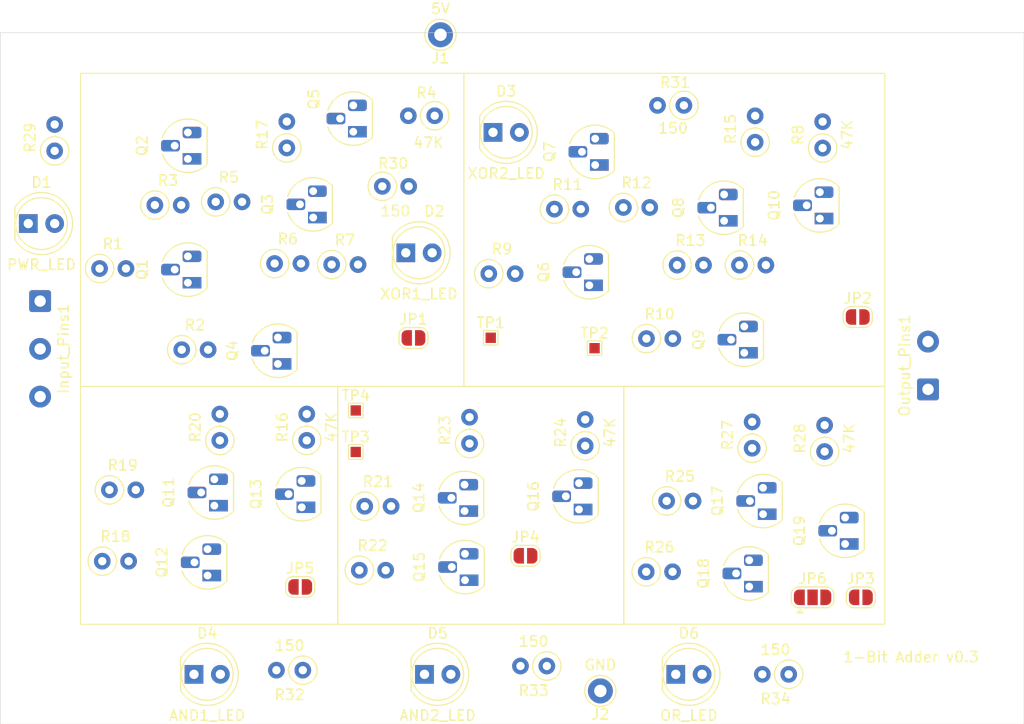
<source format=kicad_pcb>
(kicad_pcb (version 20240108) (generator "pcbnew") (generator_version "8.0")
  (layers (0 "F.Cu" signal) (31 "B.Cu" signal) (34 "B.Paste" user) (35 "F.Paste" user) (36 "B.SilkS" user "B.Silkscreen") (37 "F.SilkS" user "F.Silkscreen") (38 "B.Mask" user) (39 "F.Mask" user) (44 "Edge.Cuts" user))
  (net 0 "")
  (net 1 "Net-(Input_Pins1-Pin_3)")
  (net 2 "Net-(Input_Pins1-Pin_2)")
  (net 3 "Net-(Input_Pins1-Pin_1)")
  (net 4 "Net-(JP1-B)")
  (net 5 "Net-(JP1-A)")
  (net 6 "Net-(J1-Pin_1)")
  (net 7 "Net-(Q1-C)")
  (net 8 "Net-(Q1-B)")
  (net 9 "Net-(Q2-B)")
  (net 10 "Net-(Q2-C)")
  (net 11 "Net-(Q3-E)")
  (net 12 "Net-(Q3-B)")
  (net 13 "Net-(Q4-B)")
  (net 14 "Net-(JP2-B)")
  (net 15 "Net-(Q6-B)")
  (net 16 "Net-(Q6-C)")
  (net 17 "Net-(Q7-B)")
  (net 18 "Net-(Q10-B)")
  (net 19 "Net-(Q8-E)")
  (net 20 "Net-(Q8-B)")
  (net 21 "Net-(Q9-B)")
  (net 22 "Net-(Q11-B)")
  (net 23 "Net-(Q11-C)")
  (net 24 "Net-(Q11-E)")
  (net 25 "Net-(Q12-B)")
  (net 26 "Net-(JP2-A)")
  (net 27 "Net-(Q14-E)")
  (net 28 "Net-(Q14-C)")
  (net 29 "Net-(Q14-B)")
  (net 30 "Net-(Q15-B)")
  (net 31 "Net-(JP3-A)")
  (net 32 "Net-(Q17-C)")
  (net 33 "Net-(JP3-B)")
  (net 34 "Net-(Q17-B)")
  (net 35 "Net-(Q18-B)")
  (net 36 "Net-(D1-K)")
  (net 37 "Net-(JP4-A)")
  (net 38 "Net-(JP4-B)")
  (net 39 "Net-(JP5-B)")
  (net 40 "Net-(JP5-A)")
  (net 41 "Net-(D1-A)")
  (net 42 "Net-(D2-A)")
  (net 43 "Net-(D3-A)")
  (net 44 "Net-(D4-A)")
  (net 45 "Net-(D5-A)")
  (net 46 "Net-(D6-A)")
  (footprint "Jumper:SolderJumper-3_P1.3mm_Open_RoundedPad1.0x1.5mm" (layer "F.Cu") (at 91.44 69.9843)
    (property "Reference" "JP6" (at 0 -1.8 0) (layer "F.SilkS"))
    (property "Value" "~")
    (pad "1" smd custom (at -1.3 0) (size 1 0.5) (layers "F.Cu" "F.Mask") (net 37 "Net-(JP4-A)") (options (clearance outline) (anchor rect)) (primitives (gr_circle (center 0 0.25) (end 0.5 0.25) (width 0) (fill yes)) (gr_circle (center 0 -0.25) (end 0.5 -0.25) (width 0) (fill yes)) (gr_poly (pts (xy 0.55 0.75) (xy 0 0.75) (xy 0 -0.75) (xy 0.55 -0.75)) (width 0) (fill yes))))
    (pad "2" smd rect (at 0 0) (size 1 1.5) (layers "F.Cu" "F.Mask") (net 33 "Net-(JP3-B)"))
    (pad "3" smd custom (at 1.3 0) (size 1 0.5) (layers "F.Cu" "F.Mask") (net 40 "Net-(JP5-A)") (options (clearance outline) (anchor rect)) (primitives (gr_circle (center 0 0.25) (end 0.5 0.25) (width 0) (fill yes)) (gr_circle (center 0 -0.25) (end 0.5 -0.25) (width 0) (fill yes)) (gr_poly (pts (xy 0 0.75) (xy -0.55 0.75) (xy -0.55 -0.75) (xy 0 -0.75)) (width 0) (fill yes))))
  )
  (footprint "Package_TO_SOT_THT:TO-92_HandSolder" (layer "F.Cu") (at 57.96 68.3343 90)
    (property "Reference" "Q15" (at 1.27 -4.4 -90) (layer "F.SilkS"))
    (property "Value" "2N3904")
    (pad "1" thru_hole rect (at 0 0 90) (size 1.1 1.8) (drill 0.75 (offset 0 0.4)) (layers "*.Cu" "*.Mask") (net 36 "Net-(D1-K)"))
    (pad "2" thru_hole roundrect (at 1.27 -1.27 90) (size 1.1 1.8) (drill 0.75 (offset 0 -0.4)) (layers "*.Cu" "*.Mask") (net 30 "Net-(Q15-B)"))
    (pad "3" thru_hole roundrect (at 2.54 0 90) (size 1.1 1.8) (drill 0.75 (offset 0 0.4)) (layers "*.Cu" "*.Mask") (net 27 "Net-(Q14-E)"))
  )
  (footprint "Resistor_THT:R_Axial_DIN0207_L6.3mm_D2.5mm_P2.54mm_Vertical" (layer "F.Cu") (at 28.09 32.2043)
    (property "Reference" "R3" (at 1.27 -2.37 0) (layer "F.SilkS"))
    (property "Value" "220K")
    (pad "1" thru_hole circle (at 0 0) (size 1.6 1.6) (drill 0.8) (layers "*.Cu" "*.Mask") (net 12 "Net-(Q3-B)"))
    (pad "2" thru_hole oval (at 2.54 0) (size 1.6 1.6) (drill 0.8) (layers "*.Cu" "*.Mask") (net 7 "Net-(Q1-C)"))
  )
  (footprint "Jumper:SolderJumper-2_P1.3mm_Open_RoundedPad1.0x1.5mm" (layer "F.Cu") (at 53 45)
    (property "Reference" "JP1" (at 0 -1.8 0) (layer "F.SilkS"))
    (property "Value" "~")
    (pad "1" smd custom (at -0.65 0) (size 1 0.5) (layers "F.Cu" "F.Mask") (net 5 "Net-(JP1-A)") (options (clearance outline) (anchor rect)) (primitives (gr_circle (center 0 0.25) (end 0.5 0.25) (width 0) (fill yes)) (gr_circle (center 0 -0.25) (end 0.5 -0.25) (width 0) (fill yes)) (gr_poly (pts (xy 0.5 0.75) (xy 0 0.75) (xy 0 -0.75) (xy 0.5 -0.75)) (width 0) (fill yes))))
    (pad "2" smd custom (at 0.65 0) (size 1 0.5) (layers "F.Cu" "F.Mask") (net 4 "Net-(JP1-B)") (options (clearance outline) (anchor rect)) (primitives (gr_circle (center 0 0.25) (end 0.5 0.25) (width 0) (fill yes)) (gr_circle (center 0 -0.25) (end 0.5 -0.25) (width 0) (fill yes)) (gr_poly (pts (xy 0 0.75) (xy -0.5 0.75) (xy -0.5 -0.75) (xy 0 -0.75)) (width 0) (fill yes))))
  )
  (footprint "Resistor_THT:R_Axial_DIN0207_L6.3mm_D2.5mm_P2.54mm_Vertical" (layer "F.Cu") (at 33.95 31.8943)
    (property "Reference" "R5" (at 1.27 -2.37 0) (layer "F.SilkS"))
    (property "Value" "220K")
    (pad "1" thru_hole circle (at 0 0) (size 1.6 1.6) (drill 0.8) (layers "*.Cu" "*.Mask") (net 7 "Net-(Q1-C)"))
    (pad "2" thru_hole oval (at 2.54 0) (size 1.6 1.6) (drill 0.8) (layers "*.Cu" "*.Mask") (net 6 "Net-(J1-Pin_1)"))
  )
  (footprint "Package_TO_SOT_THT:TO-92_HandSolder" (layer "F.Cu") (at 43.34 33.4043 90)
    (property "Reference" "Q3" (at 1.27 -4.4 -90) (layer "F.SilkS"))
    (property "Value" "2N3904")
    (pad "1" thru_hole rect (at 0 0 90) (size 1.1 1.8) (drill 0.75 (offset 0 0.4)) (layers "*.Cu" "*.Mask") (net 11 "Net-(Q3-E)"))
    (pad "2" thru_hole roundrect (at 1.27 -1.27 90) (size 1.1 1.8) (drill 0.75 (offset 0 -0.4)) (layers "*.Cu" "*.Mask") (net 12 "Net-(Q3-B)"))
    (pad "3" thru_hole roundrect (at 2.54 0 90) (size 1.1 1.8) (drill 0.75 (offset 0 0.4)) (layers "*.Cu" "*.Mask") (net 10 "Net-(Q2-C)"))
  )
  (footprint "Resistor_THT:R_Axial_DIN0207_L6.3mm_D2.5mm_P2.54mm_Vertical" (layer "F.Cu") (at 45.12 37.9343)
    (property "Reference" "R7" (at 1.27 -2.37 0) (layer "F.SilkS"))
    (property "Value" "220K")
    (pad "1" thru_hole circle (at 0 0) (size 1.6 1.6) (drill 0.8) (layers "*.Cu" "*.Mask") (net 11 "Net-(Q3-E)"))
    (pad "2" thru_hole oval (at 2.54 0) (size 1.6 1.6) (drill 0.8) (layers "*.Cu" "*.Mask") (net 6 "Net-(J1-Pin_1)"))
  )
  (footprint "Jumper:SolderJumper-2_P1.3mm_Open_RoundedPad1.0x1.5mm" (layer "F.Cu") (at 95.79 42.9843)
    (property "Reference" "JP2" (at 0 -1.8 0) (layer "F.SilkS"))
    (property "Value" "~")
    (pad "1" smd custom (at -0.65 0) (size 1 0.5) (layers "F.Cu" "F.Mask") (net 26 "Net-(JP2-A)") (options (clearance outline) (anchor rect)) (primitives (gr_circle (center 0 0.25) (end 0.5 0.25) (width 0) (fill yes)) (gr_circle (center 0 -0.25) (end 0.5 -0.25) (width 0) (fill yes)) (gr_poly (pts (xy 0.5 0.75) (xy 0 0.75) (xy 0 -0.75) (xy 0.5 -0.75)) (width 0) (fill yes))))
    (pad "2" smd custom (at 0.65 0) (size 1 0.5) (layers "F.Cu" "F.Mask") (net 14 "Net-(JP2-B)") (options (clearance outline) (anchor rect)) (primitives (gr_circle (center 0 0.25) (end 0.5 0.25) (width 0) (fill yes)) (gr_circle (center 0 -0.25) (end 0.5 -0.25) (width 0) (fill yes)) (gr_poly (pts (xy 0 0.75) (xy -0.5 0.75) (xy -0.5 -0.75) (xy 0 -0.75)) (width 0) (fill yes))))
  )
  (footprint "Package_TO_SOT_THT:TO-92_HandSolder" (layer "F.Cu") (at 70.5 28.3443 90)
    (property "Reference" "Q7" (at 1.27 -4.4 -90) (layer "F.SilkS"))
    (property "Value" "2N3904")
    (pad "1" thru_hole rect (at 0 0 90) (size 1.1 1.8) (drill 0.75 (offset 0 0.4)) (layers "*.Cu" "*.Mask") (net 16 "Net-(Q6-C)"))
    (pad "2" thru_hole roundrect (at 1.27 -1.27 90) (size 1.1 1.8) (drill 0.75 (offset 0 -0.4)) (layers "*.Cu" "*.Mask") (net 17 "Net-(Q7-B)"))
    (pad "3" thru_hole roundrect (at 2.54 0 90) (size 1.1 1.8) (drill 0.75 (offset 0 0.4)) (layers "*.Cu" "*.Mask") (net 18 "Net-(Q10-B)"))
  )
  (footprint "Jumper:SolderJumper-2_P1.3mm_Open_RoundedPad1.0x1.5mm" (layer "F.Cu") (at 42.09 68.9843)
    (property "Reference" "JP5" (at 0 -1.8 0) (layer "F.SilkS"))
    (property "Value" "~")
    (pad "1" smd custom (at -0.65 0) (size 1 0.5) (layers "F.Cu" "F.Mask") (net 40 "Net-(JP5-A)") (options (clearance outline) (anchor rect)) (primitives (gr_circle (center 0 0.25) (end 0.5 0.25) (width 0) (fill yes)) (gr_circle (center 0 -0.25) (end 0.5 -0.25) (width 0) (fill yes)) (gr_poly (pts (xy 0.5 0.75) (xy 0 0.75) (xy 0 -0.75) (xy 0.5 -0.75)) (width 0) (fill yes))))
    (pad "2" smd custom (at 0.65 0) (size 1 0.5) (layers "F.Cu" "F.Mask") (net 39 "Net-(JP5-B)") (options (clearance outline) (anchor rect)) (primitives (gr_circle (center 0 0.25) (end 0.5 0.25) (width 0) (fill yes)) (gr_circle (center 0 -0.25) (end 0.5 -0.25) (width 0) (fill yes)) (gr_poly (pts (xy 0 0.75) (xy -0.5 0.75) (xy -0.5 -0.75) (xy 0 -0.75)) (width 0) (fill yes))))
  )
  (footprint "LED_THT:LED_D5.0mm" (layer "F.Cu") (at 15.9 33.9843)
    (property "Reference" "D1" (at 1.27 -3.96 0) (layer "F.SilkS"))
    (property "Value" "PWR_LED" (at 1.27 3.96 0) (layer "F.SilkS"))
    (pad "1" thru_hole rect (at 0 0) (size 1.8 1.8) (drill 0.9) (layers "*.Cu" "*.Mask") (net 36 "Net-(D1-K)"))
    (pad "2" thru_hole circle (at 2.54 0) (size 1.8 1.8) (drill 0.9) (layers "*.Cu" "*.Mask") (net 41 "Net-(D1-A)"))
  )
  (footprint "Resistor_THT:R_Axial_DIN0207_L6.3mm_D2.5mm_P2.54mm_Vertical" (layer "F.Cu") (at 69.54 55.3943 90)
    (property "Reference" "R24" (at 1.27 -2.37 -90) (layer "F.SilkS"))
    (property "Value" "47K" (at 1.27 2.37 -90) (layer "F.SilkS"))
    (pad "1" thru_hole circle (at 0 0 90) (size 1.6 1.6) (drill 0.8) (layers "*.Cu" "*.Mask") (net 37 "Net-(JP4-A)"))
    (pad "2" thru_hole oval (at 2.54 0 90) (size 1.6 1.6) (drill 0.8) (layers "*.Cu" "*.Mask") (net 6 "Net-(J1-Pin_1)"))
  )
  (footprint "Resistor_THT:R_Axial_DIN0207_L6.3mm_D2.5mm_P2.54mm_Vertical" (layer "F.Cu") (at 39.625 37.8343)
    (property "Reference" "R6" (at 1.27 -2.37 0) (layer "F.SilkS"))
    (property "Value" "220K")
    (pad "1" thru_hole circle (at 0 0) (size 1.6 1.6) (drill 0.8) (layers "*.Cu" "*.Mask") (net 9 "Net-(Q2-B)"))
    (pad "2" thru_hole oval (at 2.54 0) (size 1.6 1.6) (drill 0.8) (layers "*.Cu" "*.Mask") (net 11 "Net-(Q3-E)"))
  )
  (footprint "Resistor_THT:R_Axial_DIN0207_L6.3mm_D2.5mm_P2.54mm_Vertical" (layer "F.Cu") (at 23.715 59.6343)
    (property "Reference" "R19" (at 1.27 -2.37 0) (layer "F.SilkS"))
    (property "Value" "220K")
    (pad "1" thru_hole circle (at 0 0) (size 1.6 1.6) (drill 0.8) (layers "*.Cu" "*.Mask") (net 2 "Net-(Input_Pins1-Pin_2)"))
    (pad "2" thru_hole oval (at 2.54 0) (size 1.6 1.6) (drill 0.8) (layers "*.Cu" "*.Mask") (net 22 "Net-(Q11-B)"))
  )
  (footprint "Resistor_THT:R_Axial_DIN0207_L6.3mm_D2.5mm_P2.54mm_Vertical" (layer "F.Cu") (at 89.14 77.4 180)
    (property "Reference" "R34" (at 1.27 -2.37 180) (layer "F.SilkS"))
    (property "Value" "150" (at 1.27 2.37 180) (layer "F.SilkS"))
    (pad "1" thru_hole circle (at 0 0 180) (size 1.6 1.6) (drill 0.8) (layers "*.Cu" "*.Mask") (net 31 "Net-(JP3-A)"))
    (pad "2" thru_hole oval (at 2.54 0 180) (size 1.6 1.6) (drill 0.8) (layers "*.Cu" "*.Mask") (net 46 "Net-(D6-A)"))
  )
  (footprint "Resistor_THT:R_Axial_DIN0207_L6.3mm_D2.5mm_P2.54mm_Vertical" (layer "F.Cu") (at 50 30.4)
    (property "Reference" "R30" (at 1.045 -2.2 360) (layer "F.SilkS"))
    (property "Value" "150" (at 1.27 2.37 360) (layer "F.SilkS"))
    (pad "1" thru_hole circle (at 0 0) (size 1.6 1.6) (drill 0.8) (layers "*.Cu" "*.Mask") (net 5 "Net-(JP1-A)"))
    (pad "2" thru_hole oval (at 2.54 0) (size 1.6 1.6) (drill 0.8) (layers "*.Cu" "*.Mask") (net 42 "Net-(D2-A)"))
  )
  (footprint "Package_TO_SOT_THT:TO-92_HandSolder" (layer "F.Cu") (at 69.94 39.9343 90)
    (property "Reference" "Q6" (at 1.27 -4.4 -90) (layer "F.SilkS"))
    (property "Value" "2N3904")
    (pad "1" thru_hole rect (at 0 0 90) (size 1.1 1.8) (drill 0.75 (offset 0 0.4)) (layers "*.Cu" "*.Mask") (net 36 "Net-(D1-K)"))
    (pad "2" thru_hole roundrect (at 1.27 -1.27 90) (size 1.1 1.8) (drill 0.75 (offset 0 -0.4)) (layers "*.Cu" "*.Mask") (net 15 "Net-(Q6-B)"))
    (pad "3" thru_hole roundrect (at 2.54 0 90) (size 1.1 1.8) (drill 0.75 (offset 0 0.4)) (layers "*.Cu" "*.Mask") (net 16 "Net-(Q6-C)"))
  )
  (footprint "Resistor_THT:R_Axial_DIN0207_L6.3mm_D2.5mm_P2.54mm_Vertical" (layer "F.Cu") (at 85.91 26.1493 90)
    (property "Reference" "R15" (at 1.27 -2.37 -90) (layer "F.SilkS"))
    (property "Value" "220K")
    (pad "1" thru_hole circle (at 0 0 90) (size 1.6 1.6) (drill 0.8) (layers "*.Cu" "*.Mask") (net 6 "Net-(J1-Pin_1)"))
    (pad "2" thru_hole oval (at 2.54 0 90) (size 1.6 1.6) (drill 0.8) (layers "*.Cu" "*.Mask") (net 18 "Net-(Q10-B)"))
  )
  (footprint "Connector_Pin:Pin_D1.0mm_L10.0mm_LooseFit" (layer "F.Cu") (at 55.6 15.8)
    (property "Reference" "J1" (at 0 2.25 0) (layer "F.SilkS"))
    (property "Value" "5V" (at 0 -2.5 0) (layer "F.SilkS"))
    (pad "1" thru_hole circle (at 0 0) (size 2.4 2.4) (drill 1.2) (layers "*.Cu" "*.Mask") (net 6 "Net-(J1-Pin_1)"))
  )
  (footprint "Package_TO_SOT_THT:TO-92_HandSolder" (layer "F.Cu") (at 82.92 33.7243 90)
    (property "Reference" "Q8" (at 1.27 -4.4 -90) (layer "F.SilkS"))
    (property "Value" "2N3904")
    (pad "1" thru_hole rect (at 0 0 90) (size 1.1 1.8) (drill 0.75 (offset 0 0.4)) (layers "*.Cu" "*.Mask") (net 19 "Net-(Q8-E)"))
    (pad "2" thru_hole roundrect (at 1.27 -1.27 90) (size 1.1 1.8) (drill 0.75 (offset 0 -0.4)) (layers "*.Cu" "*.Mask") (net 20 "Net-(Q8-B)"))
    (pad "3" thru_hole roundrect (at 2.54 0 90) (size 1.1 1.8) (drill 0.75 (offset 0 0.4)) (layers "*.Cu" "*.Mask") (net 18 "Net-(Q10-B)"))
  )
  (footprint "Resistor_THT:R_Axial_DIN0207_L6.3mm_D2.5mm_P2.54mm_Vertical" (layer "F.Cu") (at 23.025 66.5043)
    (property "Reference" "R18" (at 1.27 -2.37 0) (layer "F.SilkS"))
    (property "Value" "220K")
    (pad "1" thru_hole circle (at 0 0) (size 1.6 1.6) (drill 0.8) (layers "*.Cu" "*.Mask") (net 3 "Net-(Input_Pins1-Pin_1)"))
    (pad "2" thru_hole oval (at 2.54 0) (size 1.6 1.6) (drill 0.8) (layers "*.Cu" "*.Mask") (net 25 "Net-(Q12-B)"))
  )
  (footprint "Resistor_THT:R_Axial_DIN0207_L6.3mm_D2.5mm_P2.54mm_Vertical" (layer "F.Cu") (at 75.415 67.5243)
    (property "Reference" "R26" (at 1.27 -2.37 0) (layer "F.SilkS"))
    (property "Value" "220K")
    (pad "1" thru_hole circle (at 0 0) (size 1.6 1.6) (drill 0.8) (layers "*.Cu" "*.Mask") (net 39 "Net-(JP5-B)"))
    (pad "2" thru_hole oval (at 2.54 0) (size 1.6 1.6) (drill 0.8) (layers "*.Cu" "*.Mask") (net 35 "Net-(Q18-B)"))
  )
  (footprint "Resistor_THT:R_Axial_DIN0207_L6.3mm_D2.5mm_P2.54mm_Vertical" (layer "F.Cu") (at 75.44 45.0643)
    (property "Reference" "R10" (at 1.27 -2.37 0) (layer "F.SilkS"))
    (property "Value" "220K")
    (pad "1" thru_hole circle (at 0 0) (size 1.6 1.6) (drill 0.8) (layers "*.Cu" "*.Mask") (net 1 "Net-(Input_Pins1-Pin_3)"))
    (pad "2" thru_hole oval (at 2.54 0) (size 1.6 1.6) (drill 0.8) (layers "*.Cu" "*.Mask") (net 21 "Net-(Q9-B)"))
  )
  (footprint "Resistor_THT:R_Axial_DIN0207_L6.3mm_D2.5mm_P2.54mm_Vertical" (layer "F.Cu") (at 47.785 67.3743)
    (property "Reference" "R22" (at 1.27 -2.37 0) (layer "F.SilkS"))
    (property "Value" "220K")
    (pad "1" thru_hole circle (at 0 0) (size 1.6 1.6) (drill 0.8) (layers "*.Cu" "*.Mask") (net 4 "Net-(JP1-B)"))
    (pad "2" thru_hole oval (at 2.54 0) (size 1.6 1.6) (drill 0.8) (layers "*.Cu" "*.Mask") (net 30 "Net-(Q15-B)"))
  )
  (footprint "Jumper:SolderJumper-2_P1.3mm_Open_RoundedPad1.0x1.5mm" (layer "F.Cu") (at 63.79 65.9843)
    (property "Reference" "JP4" (at 0 -1.8 0) (layer "F.SilkS"))
    (property "Value" "~")
    (pad "1" smd custom (at -0.65 0) (size 1 0.5) (layers "F.Cu" "F.Mask") (net 37 "Net-(JP4-A)") (options (clearance outline) (anchor rect)) (primitives (gr_circle (center 0 0.25) (end 0.5 0.25) (width 0) (fill yes)) (gr_circle (center 0 -0.25) (end 0.5 -0.25) (width 0) (fill yes)) (gr_poly (pts (xy 0.5 0.75) (xy 0 0.75) (xy 0 -0.75) (xy 0.5 -0.75)) (width 0) (fill yes))))
    (pad "2" smd custom (at 0.65 0) (size 1 0.5) (layers "F.Cu" "F.Mask") (net 38 "Net-(JP4-B)") (options (clearance outline) (anchor rect)) (primitives (gr_circle (center 0 0.25) (end 0.5 0.25) (width 0) (fill yes)) (gr_circle (center 0 -0.25) (end 0.5 -0.25) (width 0) (fill yes)) (gr_poly (pts (xy 0 0.75) (xy -0.5 0.75) (xy -0.5 -0.75) (xy 0 -0.75)) (width 0) (fill yes))))
  )
  (footprint "Package_TO_SOT_THT:TO-92_HandSolder" (layer "F.Cu") (at 33.17 67.8843 90)
    (property "Reference" "Q12" (at 1.27 -4.4 -90) (layer "F.SilkS"))
    (property "Value" "2N3904")
    (pad "1" thru_hole rect (at 0 0 90) (size 1.1 1.8) (drill 0.75 (offset 0 0.4)) (layers "*.Cu" "*.Mask") (net 36 "Net-(D1-K)"))
    (pad "2" thru_hole roundrect (at 1.27 -1.27 90) (size 1.1 1.8) (drill 0.75 (offset 0 -0.4)) (layers "*.Cu" "*.Mask") (net 25 "Net-(Q12-B)"))
    (pad "3" thru_hole roundrect (at 2.54 0 90) (size 1.1 1.8) (drill 0.75 (offset 0 0.4)) (layers "*.Cu" "*.Mask") (net 24 "Net-(Q11-E)"))
  )
  (footprint "Resistor_THT:R_Axial_DIN0207_L6.3mm_D2.5mm_P2.54mm_Vertical" (layer "F.Cu") (at 58.4 55.1743 90)
    (property "Reference" "R23" (at 1.27 -2.37 -90) (layer "F.SilkS"))
    (property "Value" "220K")
    (pad "1" thru_hole circle (at 0 0 90) (size 1.6 1.6) (drill 0.8) (layers "*.Cu" "*.Mask") (net 28 "Net-(Q14-C)"))
    (pad "2" thru_hole oval (at 2.54 0 90) (size 1.6 1.6) (drill 0.8) (layers "*.Cu" "*.Mask") (net 6 "Net-(J1-Pin_1)"))
  )
  (footprint "LED_THT:LED_D5.0mm" (layer "F.Cu") (at 31.86 77.4)
    (property "Reference" "D4" (at 1.27 -3.96 0) (layer "F.SilkS"))
    (property "Value" "AND1_LED" (at 1.27 3.96 0) (layer "F.SilkS"))
    (pad "1" thru_hole rect (at 0 0) (size 1.8 1.8) (drill 0.9) (layers "*.Cu" "*.Mask") (net 36 "Net-(D1-K)"))
    (pad "2" thru_hole circle (at 2.54 0) (size 1.8 1.8) (drill 0.9) (layers "*.Cu" "*.Mask") (net 44 "Net-(D4-A)"))
  )
  (footprint "Resistor_THT:R_Axial_DIN0207_L6.3mm_D2.5mm_P2.54mm_Vertical" (layer "F.Cu") (at 18.44 26.9843 90)
    (property "Reference" "R29" (at 1.27 -2.37 270) (layer "F.SilkS"))
    (property "Value" "150")
    (pad "1" thru_hole circle (at 0 0 90) (size 1.6 1.6) (drill 0.8) (layers "*.Cu" "*.Mask") (net 41 "Net-(D1-A)"))
    (pad "2" thru_hole oval (at 2.54 0 90) (size 1.6 1.6) (drill 0.8) (layers "*.Cu" "*.Mask") (net 6 "Net-(J1-Pin_1)"))
  )
  (footprint "Connector_Wire:SolderWire-0.5sqmm_1x03_P4.6mm_D0.9mm_OD2.1mm" (layer "F.Cu") (at 17.04 41.4543 -90)
    (property "Reference" "Input_Pins1" (at 4.6 -2.25 90) (layer "F.SilkS"))
    (property "Value" "~")
    (pad "1" thru_hole roundrect (at 0 0 270) (size 2.1 2.1) (drill 1.1) (layers "*.Cu" "*.Mask") (roundrect_rratio 0.119048) (net 3 "Net-(Input_Pins1-Pin_1)"))
    (pad "2" thru_hole circle (at 4.6 0 270) (size 2.1 2.1) (drill 1.1) (layers "*.Cu" "*.Mask") (net 2 "Net-(Input_Pins1-Pin_2)"))
    (pad "3" thru_hole circle (at 9.2 0 270) (size 2.1 2.1) (drill 1.1) (layers "*.Cu" "*.Mask") (net 1 "Net-(Input_Pins1-Pin_3)"))
  )
  (footprint "Resistor_THT:R_Axial_DIN0207_L6.3mm_D2.5mm_P2.54mm_Vertical" (layer "F.Cu") (at 78.395 37.9843)
    (property "Reference" "R13" (at 1.27 -2.37 0) (layer "F.SilkS"))
    (property "Value" "220K")
    (pad "1" thru_hole circle (at 0 0) (size 1.6 1.6) (drill 0.8) (layers "*.Cu" "*.Mask") (net 17 "Net-(Q7-B)"))
    (pad "2" thru_hole oval (at 2.54 0) (size 1.6 1.6) (drill 0.8) (layers "*.Cu" "*.Mask") (net 19 "Net-(Q8-E)"))
  )
  (footprint "Connector_Pin:Pin_D1.0mm_L10.0mm_LooseFit" (layer "F.Cu") (at 71 79)
    (property "Reference" "J2" (at 0 2.25 0) (layer "F.SilkS"))
    (property "Value" "GND" (at 0 -2.5 0) (layer "F.SilkS"))
    (pad "1" thru_hole circle (at 0 0) (size 2.4 2.4) (drill 1.2) (layers "*.Cu" "*.Mask") (net 36 "Net-(D1-K)"))
  )
  (footprint "Package_TO_SOT_THT:TO-92_HandSolder" (layer "F.Cu") (at 68.94 61.5243 90)
    (property "Reference" "Q16" (at 1.27 -4.4 -90) (layer "F.SilkS"))
    (property "Value" "2N3904")
    (pad "1" thru_hole rect (at 0 0 90) (size 1.1 1.8) (drill 0.75 (offset 0 0.4)) (layers "*.Cu" "*.Mask") (net 36 "Net-(D1-K)"))
    (pad "2" thru_hole roundrect (at 1.27 -1.27 90) (size 1.1 1.8) (drill 0.75 (offset 0 -0.4)) (layers "*.Cu" "*.Mask") (net 28 "Net-(Q14-C)"))
    (pad "3" thru_hole roundrect (at 2.54 0 90) (size 1.1 1.8) (drill 0.75 (offset 0 0.4)) (layers "*.Cu" "*.Mask") (net 37 "Net-(JP4-A)"))
  )
  (footprint "Package_TO_SOT_THT:TO-92_HandSolder" (layer "F.Cu") (at 84.86 46.4343 90)
    (property "Reference" "Q9" (at 1.27 -4.4 -90) (layer "F.SilkS"))
    (property "Value" "2N3904")
    (pad "1" thru_hole rect (at 0 0 90) (size 1.1 1.8) (drill 0.75 (offset 0 0.4)) (layers "*.Cu" "*.Mask") (net 36 "Net-(D1-K)"))
    (pad "2" thru_hole roundrect (at 1.27 -1.27 90) (size 1.1 1.8) (drill 0.75 (offset 0 -0.4)) (layers "*.Cu" "*.Mask") (net 21 "Net-(Q9-B)"))
    (pad "3" thru_hole roundrect (at 2.54 0 90) (size 1.1 1.8) (drill 0.75 (offset 0 0.4)) (layers "*.Cu" "*.Mask") (net 19 "Net-(Q8-E)"))
  )
  (footprint "Connector_Wire:SolderWire-0.5sqmm_1x02_P4.6mm_D0.9mm_OD2.1mm" (layer "F.Cu") (at 102.56 49.9543 90)
    (property "Reference" "Output_Pins1" (at 2.3 -2.25 -90) (layer "F.SilkS"))
    (property "Value" "~")
    (pad "1" thru_hole roundrect (at 0 0 90) (size 2.1 2.1) (drill 1.1) (layers "*.Cu" "*.Mask") (roundrect_rratio 0.119048) (net 33 "Net-(JP3-B)"))
    (pad "2" thru_hole circle (at 4.6 0 90) (size 2.1 2.1) (drill 1.1) (layers "*.Cu" "*.Mask") (net 14 "Net-(JP2-B)"))
  )
  (footprint "Resistor_THT:R_Axial_DIN0207_L6.3mm_D2.5mm_P2.54mm_Vertical" (layer "F.Cu") (at 55.045 23.6 180)
    (property "Reference" "R4" (at 0.8 2.2 180) (layer "F.SilkS"))
    (property "Value" "47K" (at 0.6 -2.6 180) (layer "F.SilkS"))
    (pad "1" thru_hole circle (at 0 0 180) (size 1.6 1.6) (drill 0.8) (layers "*.Cu" "*.Mask") (net 5 "Net-(JP1-A)"))
    (pad "2" thru_hole oval (at 2.54 0 180) (size 1.6 1.6) (drill 0.8) (layers "*.Cu" "*.Mask") (net 6 "Net-(J1-Pin_1)"))
  )
  (footprint "Resistor_THT:R_Axial_DIN0207_L6.3mm_D2.5mm_P2.54mm_Vertical" (layer "F.Cu") (at 73.215 32.4343)
    (property "Reference" "R12" (at 1.27 -2.37 0) (layer "F.SilkS"))
    (property "Value" "220K")
    (pad "1" thru_hole circle (at 0 0) (size 1.6 1.6) (drill 0.8) (layers "*.Cu" "*.Mask") (net 16 "Net-(Q6-C)"))
    (pad "2" thru_hole oval (at 2.54 0) (size 1.6 1.6) (drill 0.8) (layers "*.Cu" "*.Mask") (net 6 "Net-(J1-Pin_1)"))
  )
  (footprint "LED_THT:LED_D5.0mm" (layer "F.Cu") (at 78.26 77.4)
    (property "Reference" "D6" (at 1.27 -3.96 0) (layer "F.SilkS"))
    (property "Value" "OR_LED" (at 1.27 3.96 0) (layer "F.SilkS"))
    (pad "1" thru_hole rect (at 0 0) (size 1.8 1.8) (drill 0.9) (layers "*.Cu" "*.Mask") (net 36 "Net-(D1-K)"))
    (pad "2" thru_hole circle (at 2.54 0) (size 1.8 1.8) (drill 0.9) (layers "*.Cu" "*.Mask") (net 46 "Net-(D6-A)"))
  )
  (footprint "Resistor_THT:R_Axial_DIN0207_L6.3mm_D2.5mm_P2.54mm_Vertical" (layer "F.Cu") (at 92.41 26.7093 90)
    (property "Reference" "R8" (at 1.27 -2.37 -90) (layer "F.SilkS"))
    (property "Value" "47K" (at 1.27 2.37 -90) (layer "F.SilkS"))
    (pad "1" thru_hole circle (at 0 0 90) (size 1.6 1.6) (drill 0.8) (layers "*.Cu" "*.Mask") (net 26 "Net-(JP2-A)"))
    (pad "2" thru_hole oval (at 2.54 0 90) (size 1.6 1.6) (drill 0.8) (layers "*.Cu" "*.Mask") (net 6 "Net-(J1-Pin_1)"))
  )
  (footprint "Resistor_THT:R_Axial_DIN0207_L6.3mm_D2.5mm_P2.54mm_Vertical" (layer "F.Cu") (at 22.765 38.3143)
    (property "Reference" "R1" (at 1.27 -2.37 0) (layer "F.SilkS"))
    (property "Value" "220K")
    (pad "1" thru_hole circle (at 0 0) (size 1.6 1.6) (drill 0.8) (layers "*.Cu" "*.Mask") (net 3 "Net-(Input_Pins1-Pin_1)"))
    (pad "2" thru_hole oval (at 2.54 0) (size 1.6 1.6) (drill 0.8) (layers "*.Cu" "*.Mask") (net 8 "Net-(Q1-B)"))
  )
  (footprint "Resistor_THT:R_Axial_DIN0207_L6.3mm_D2.5mm_P2.54mm_Vertical" (layer "F.Cu") (at 30.68 46.1343)
    (property "Reference" "R2" (at 1.27 -2.37 0) (layer "F.SilkS"))
    (property "Value" "220K")
    (pad "1" thru_hole circle (at 0 0) (size 1.6 1.6) (drill 0.8) (layers "*.Cu" "*.Mask") (net 2 "Net-(Input_Pins1-Pin_2)"))
    (pad "2" thru_hole oval (at 2.54 0) (size 1.6 1.6) (drill 0.8) (layers "*.Cu" "*.Mask") (net 13 "Net-(Q4-B)"))
  )
  (footprint "Package_TO_SOT_THT:TO-92_HandSolder" (layer "F.Cu") (at 85.34 68.9543 90)
    (property "Reference" "Q18" (at 1.27 -4.4 -90) (layer "F.SilkS"))
    (property "Value" "2N3904")
    (pad "1" thru_hole rect (at 0 0 90) (size 1.1 1.8) (drill 0.75 (offset 0 0.4)) (layers "*.Cu" "*.Mask") (net 36 "Net-(D1-K)"))
    (pad "2" thru_hole roundrect (at 1.27 -1.27 90) (size 1.1 1.8) (drill 0.75 (offset 0 -0.4)) (layers "*.Cu" "*.Mask") (net 35 "Net-(Q18-B)"))
    (pad "3" thru_hole roundrect (at 2.54 0 90) (size 1.1 1.8) (drill 0.75 (offset 0 0.4)) (layers "*.Cu" "*.Mask") (net 32 "Net-(Q17-C)"))
  )
  (footprint "Package_TO_SOT_THT:TO-92_HandSolder" (layer "F.Cu") (at 31.27 27.7543 90)
    (property "Reference" "Q2" (at 1.27 -4.4 -90) (layer "F.SilkS"))
    (property "Value" "2N3904")
    (pad "1" thru_hole rect (at 0 0 90) (size 1.1 1.8) (drill 0.75 (offset 0 0.4)) (layers "*.Cu" "*.Mask") (net 7 "Net-(Q1-C)"))
    (pad "2" thru_hole roundrect (at 1.27 -1.27 90) (size 1.1 1.8) (drill 0.75 (offset 0 -0.4)) (layers "*.Cu" "*.Mask") (net 9 "Net-(Q2-B)"))
    (pad "3" thru_hole roundrect (at 2.54 0 90) (size 1.1 1.8) (drill 0.75 (offset 0 0.4)) (layers "*.Cu" "*.Mask") (net 10 "Net-(Q2-C)"))
  )
  (footprint "Resistor_THT:R_Axial_DIN0207_L6.3mm_D2.5mm_P2.54mm_Vertical" (layer "F.Cu") (at 34.35 54.8743 90)
    (property "Reference" "R20" (at 1.27 -2.37 -90) (layer "F.SilkS"))
    (property "Value" "220K")
    (pad "1" thru_hole circle (at 0 0 90) (size 1.6 1.6) (drill 0.8) (layers "*.Cu" "*.Mask") (net 23 "Net-(Q11-C)"))
    (pad "2" thru_hole oval (at 2.54 0 90) (size 1.6 1.6) (drill 0.8) (layers "*.Cu" "*.Mask") (net 6 "Net-(J1-Pin_1)"))
  )
  (footprint "LED_THT:LED_D5.0mm" (layer "F.Cu") (at 60.66 25.2)
    (property "Reference" "D3" (at 1.27 -3.96 0) (layer "F.SilkS"))
    (property "Value" "XOR2_LED" (at 1.27 3.96 0) (layer "F.SilkS"))
    (pad "1" thru_hole rect (at 0 0) (size 1.8 1.8) (drill 0.9) (layers "*.Cu" "*.Mask") (net 36 "Net-(D1-K)"))
    (pad "2" thru_hole circle (at 2.54 0) (size 1.8 1.8) (drill 0.9) (layers "*.Cu" "*.Mask") (net 43 "Net-(D3-A)"))
  )
  (footprint "Package_TO_SOT_THT:TO-92_HandSolder" (layer "F.Cu") (at 31.27 39.6843 90)
    (property "Reference" "Q1" (at 1.27 -4.4 -90) (layer "F.SilkS"))
    (property "Value" "2N3904")
    (pad "1" thru_hole rect (at 0 0 90) (size 1.1 1.8) (drill 0.75 (offset 0 0.4)) (layers "*.Cu" "*.Mask") (net 36 "Net-(D1-K)"))
    (pad "2" thru_hole roundrect (at 1.27 -1.27 90) (size 1.1 1.8) (drill 0.75 (offset 0 -0.4)) (layers "*.Cu" "*.Mask") (net 8 "Net-(Q1-B)"))
    (pad "3" thru_hole roundrect (at 2.54 0 90) (size 1.1 1.8) (drill 0.75 (offset 0 0.4)) (layers "*.Cu" "*.Mask") (net 7 "Net-(Q1-C)"))
  )
  (footprint "Jumper:SolderJumper-2_P1.3mm_Open_RoundedPad1.0x1.5mm" (layer "F.Cu") (at 96.09 69.9843)
    (property "Reference" "JP3" (at 0 -1.8 0) (layer "F.SilkS"))
    (property "Value" "~")
    (pad "1" smd custom (at -0.65 0) (size 1 0.5) (layers "F.Cu" "F.Mask") (net 31 "Net-(JP3-A)") (options (clearance outline) (anchor rect)) (primitives (gr_circle (center 0 0.25) (end 0.5 0.25) (width 0) (fill yes)) (gr_circle (center 0 -0.25) (end 0.5 -0.25) (width 0) (fill yes)) (gr_poly (pts (xy 0.5 0.75) (xy 0 0.75) (xy 0 -0.75) (xy 0.5 -0.75)) (width 0) (fill yes))))
    (pad "2" smd custom (at 0.65 0) (size 1 0.5) (layers "F.Cu" "F.Mask") (net 33 "Net-(JP3-B)") (options (clearance outline) (anchor rect)) (primitives (gr_circle (center 0 0.25) (end 0.5 0.25) (width 0) (fill yes)) (gr_circle (center 0 -0.25) (end 0.5 -0.25) (width 0) (fill yes)) (gr_poly (pts (xy 0 0.75) (xy -0.5 0.75) (xy -0.5 -0.75) (xy 0 -0.75)) (width 0) (fill yes))))
  )
  (footprint "Resistor_THT:R_Axial_DIN0207_L6.3mm_D2.5mm_P2.54mm_Vertical" (layer "F.Cu") (at 60.255 38.8143)
    (property "Reference" "R9" (at 1.27 -2.37 0) (layer "F.SilkS"))
    (property "Value" "220K")
    (pad "1" thru_hole circle (at 0 0) (size 1.6 1.6) (drill 0.8) (layers "*.Cu" "*.Mask") (net 4 "Net-(JP1-B)"))
    (pad "2" thru_hole oval (at 2.54 0) (size 1.6 1.6) (drill 0.8) (layers "*.Cu" "*.Mask") (net 15 "Net-(Q6-B)"))
  )
  (footprint "Resistor_THT:R_Axial_DIN0207_L6.3mm_D2.5mm_P2.54mm_Vertical" (layer "F.Cu") (at 77.385 60.7043)
    (property "Reference" "R25" (at 1.27 -2.37 0) (layer "F.SilkS"))
    (property "Value" "220K")
    (pad "1" thru_hole circle (at 0 0) (size 1.6 1.6) (drill 0.8) (layers "*.Cu" "*.Mask") (net 38 "Net-(JP4-B)"))
    (pad "2" thru_hole oval (at 2.54 0) (size 1.6 1.6) (drill 0.8) (layers "*.Cu" "*.Mask") (net 34 "Net-(Q17-B)"))
  )
  (footprint "Resistor_THT:R_Axial_DIN0207_L6.3mm_D2.5mm_P2.54mm_Vertical" (layer "F.Cu") (at 65.845 76.6 180)
    (property "Reference" "R33" (at 1.27 -2.37 180) (layer "F.SilkS"))
    (property "Value" "150" (at 1.27 2.37 180) (layer "F.SilkS"))
    (pad "1" thru_hole circle (at 0 0 180) (size 1.6 1.6) (drill 0.8) (layers "*.Cu" "*.Mask") (net 37 "Net-(JP4-A)"))
    (pad "2" thru_hole oval (at 2.54 0 180) (size 1.6 1.6) (drill 0.8) (layers "*.Cu" "*.Mask") (net 45 "Net-(D5-A)"))
  )
  (footprint "TestPoint:TestPoint_Pad_1.0x1.0mm" (layer "F.Cu") (at 70.44 45.9843)
    (property "Reference" "TP2" (at 0 -1.448 0) (layer "F.SilkS"))
    (property "Value" "~")
    (pad "1" smd rect (at 0 0) (size 1 1) (layers "F.Cu" "F.Mask") (net 1 "Net-(Input_Pins1-Pin_3)"))
  )
  (footprint "Package_TO_SOT_THT:TO-92_HandSolder" (layer "F.Cu") (at 94.57 64.8443 90)
    (property "Reference" "Q19" (at 1.27 -4.4 -90) (layer "F.SilkS"))
    (property "Value" "2N3904")
    (pad "1" thru_hole rect (at 0 0 90) (size 1.1 1.8) (drill 0.75 (offset 0 0.4)) (layers "*.Cu" "*.Mask") (net 36 "Net-(D1-K)"))
    (pad "2" thru_hole roundrect (at 1.27 -1.27 90) (size 1.1 1.8) (drill 0.75 (offset 0 -0.4)) (layers "*.Cu" "*.Mask") (net 32 "Net-(Q17-C)"))
    (pad "3" thru_hole roundrect (at 2.54 0 90) (size 1.1 1.8) (drill 0.75 (offset 0 0.4)) (layers "*.Cu" "*.Mask") (net 31 "Net-(JP3-A)"))
  )
  (footprint "Package_TO_SOT_THT:TO-92_HandSolder" (layer "F.Cu") (at 39.94 47.5043 90)
    (property "Reference" "Q4" (at 1.27 -4.4 -90) (layer "F.SilkS"))
    (property "Value" "2N3904")
    (pad "1" thru_hole rect (at 0 0 90) (size 1.1 1.8) (drill 0.75 (offset 0 0.4)) (layers "*.Cu" "*.Mask") (net 36 "Net-(D1-K)"))
    (pad "2" thru_hole roundrect (at 1.27 -1.27 90) (size 1.1 1.8) (drill 0.75 (offset 0 -0.4)) (layers "*.Cu" "*.Mask") (net 13 "Net-(Q4-B)"))
    (pad "3" thru_hole roundrect (at 2.54 0 90) (size 1.1 1.8) (drill 0.75 (offset 0 0.4)) (layers "*.Cu" "*.Mask") (net 11 "Net-(Q3-E)"))
  )
  (footprint "Resistor_THT:R_Axial_DIN0207_L6.3mm_D2.5mm_P2.54mm_Vertical" (layer "F.Cu") (at 79.045 22.6 180)
    (property "Reference" "R31" (at 0.845 2.2 180) (layer "F.SilkS"))
    (property "Value" "150" (at 1.045 -2.2 180) (layer "F.SilkS"))
    (pad "1" thru_hole circle (at 0 0 180) (size 1.6 1.6) (drill 0.8) (layers "*.Cu" "*.Mask") (net 26 "Net-(JP2-A)"))
    (pad "2" thru_hole oval (at 2.54 0 180) (size 1.6 1.6) (drill 0.8) (layers "*.Cu" "*.Mask") (net 43 "Net-(D3-A)"))
  )
  (footprint "Resistor_THT:R_Axial_DIN0207_L6.3mm_D2.5mm_P2.54mm_Vertical" (layer "F.Cu") (at 85.62 55.6243 90)
    (property "Reference" "R27" (at 1.27 -2.37 -90) (layer "F.SilkS"))
    (property "Value" "220K")
    (pad "1" thru_hole circle (at 0 0 90) (size 1.6 1.6) (drill 0.8) (layers "*.Cu" "*.Mask") (net 32 "Net-(Q17-C)"))
    (pad "2" thru_hole oval (at 2.54 0 90) (size 1.6 1.6) (drill 0.8) (layers "*.Cu" "*.Mask") (net 6 "Net-(J1-Pin_1)"))
  )
  (footprint "Package_TO_SOT_THT:TO-92_HandSolder" (layer "F.Cu") (at 42.24 61.3143 90)
    (property "Reference" "Q13" (at 1.27 -4.4 -90) (layer "F.SilkS"))
    (property "Value" "2N3904")
    (pad "1" thru_hole rect (at 0 0 90) (size 1.1 1.8) (drill 0.75 (offset 0 0.4)) (layers "*.Cu" "*.Mask") (net 36 "Net-(D1-K)"))
    (pad "2" thru_hole roundrect (at 1.27 -1.27 90) (size 1.1 1.8) (drill 0.75 (offset 0 -0.4)) (layers "*.Cu" "*.Mask") (net 23 "Net-(Q11-C)"))
    (pad "3" thru_hole roundrect (at 2.54 0 90) (size 1.1 1.8) (drill 0.75 (offset 0 0.4)) (layers "*.Cu" "*.Mask") (net 40 "Net-(JP5-A)"))
  )
  (footprint "Package_TO_SOT_THT:TO-92_HandSolder" (layer "F.Cu") (at 47.2 25.14 90)
    (property "Reference" "Q5" (at 3.14 -3.8 -90) (layer "F.SilkS"))
    (property "Value" "2N3904")
    (pad "1" thru_hole rect (at 0 0 90) (size 1.1 1.8) (drill 0.75 (offset 0 0.4)) (layers "*.Cu" "*.Mask") (net 36 "Net-(D1-K)"))
    (pad "2" thru_hole roundrect (at 1.27 -1.27 90) (size 1.1 1.8) (drill 0.75 (offset 0 -0.4)) (layers "*.Cu" "*.Mask") (net 10 "Net-(Q2-C)"))
    (pad "3" thru_hole roundrect (at 2.54 0 90) (size 1.1 1.8) (drill 0.75 (offset 0 0.4)) (layers "*.Cu" "*.Mask") (net 5 "Net-(JP1-A)"))
  )
  (footprint "Resistor_THT:R_Axial_DIN0207_L6.3mm_D2.5mm_P2.54mm_Vertical" (layer "F.Cu") (at 42.34 77 180)
    (property "Reference" "R32" (at 1.27 -2.37 180) (layer "F.SilkS"))
    (property "Value" "150" (at 1.27 2.37 180) (layer "F.SilkS"))
    (pad "1" thru_hole circle (at 0 0 180) (size 1.6 1.6) (drill 0.8) (layers "*.Cu" "*.Mask") (net 40 "Net-(JP5-A)"))
    (pad "2" thru_hole oval (at 2.54 0 180) (size 1.6 1.6) (drill 0.8) (layers "*.Cu" "*.Mask") (net 44 "Net-(D4-A)"))
  )
  (footprint "Resistor_THT:R_Axial_DIN0207_L6.3mm_D2.5mm_P2.54mm_Vertical" (layer "F.Cu") (at 40.8 26.6993 90)
    (property "Reference" "R17" (at 1.27 -2.37 -90) (layer "F.SilkS"))
    (property "Value" "220K")
    (pad "1" thru_hole circle (at 0 0 90) (size 1.6 1.6) (drill 0.8) (layers "*.Cu" "*.Mask") (net 10 "Net-(Q2-C)"))
    (pad "2" thru_hole oval (at 2.54 0 90) (size 1.6 1.6) (drill 0.8) (layers "*.Cu" "*.Mask") (net 6 "Net-(J1-Pin_1)"))
  )
  (footprint "TestPoint:TestPoint_Pad_1.0x1.0mm" (layer "F.Cu") (at 47.44 51.9843)
    (property "Reference" "TP4" (at 0 -1.448 0) (layer "F.SilkS"))
    (property "Value" "~")
    (pad "1" smd rect (at 0 0) (size 1 1) (layers "F.Cu" "F.Mask") (net 1 "Net-(Input_Pins1-Pin_3)"))
  )
  (footprint "LED_THT:LED_D5.0mm" (layer "F.Cu") (at 52.26 36.8)
    (property "Reference" "D2" (at 2.74 -4 0) (layer "F.SilkS"))
    (property "Value" "XOR1_LED" (at 1.27 3.96 0) (layer "F.SilkS"))
    (pad "1" thru_hole rect (at 0 0) (size 1.8 1.8) (drill 0.9) (layers "*.Cu" "*.Mask") (net 36 "Net-(D1-K)"))
    (pad "2" thru_hole circle (at 2.54 0) (size 1.8 1.8) (drill 0.9) (layers "*.Cu" "*.Mask") (net 42 "Net-(D2-A)"))
  )
  (footprint "Package_TO_SOT_THT:TO-92_HandSolder" (layer "F.Cu") (at 33.82 61.1543 90)
    (property "Reference" "Q11" (at 1.27 -4.4 -90) (layer "F.SilkS"))
    (property "Value" "2N3904")
    (pad "1" thru_hole rect (at 0 0 90) (size 1.1 1.8) (drill 0.75 (offset 0 0.4)) (layers "*.Cu" "*.Mask") (net 24 "Net-(Q11-E)"))
    (pad "2" thru_hole roundrect (at 1.27 -1.27 90) (size 1.1 1.8) (drill 0.75 (offset 0 -0.4)) (layers "*.Cu" "*.Mask") (net 22 "Net-(Q11-B)"))
    (pad "3" thru_hole roundrect (at 2.54 0 90) (size 1.1 1.8) (drill 0.75 (offset 0 0.4)) (layers "*.Cu" "*.Mask") (net 23 "Net-(Q11-C)"))
  )
  (footprint "Resistor_THT:R_Axial_DIN0207_L6.3mm_D2.5mm_P2.54mm_Vertical" (layer "F.Cu") (at 48.305 61.2143)
    (property "Reference" "R21" (at 1.27 -2.37 0) (layer "F.SilkS"))
    (property "Value" "220K")
    (pad "1" thru_hole circle (at 0 0) (size 1.6 1.6) (drill 0.8) (layers "*.Cu" "*.Mask") (net 1 "Net-(Input_Pins1-Pin_3)"))
    (pad "2" thru_hole oval (at 2.54 0) (size 1.6 1.6) (drill 0.8) (layers "*.Cu" "*.Mask") (net 29 "Net-(Q14-B)"))
  )
  (footprint "Package_TO_SOT_THT:TO-92_HandSolder" (layer "F.Cu") (at 92.14 33.4993 90)
    (property "Reference" "Q10" (at 1.27 -4.4 -90) (layer "F.SilkS"))
    (property "Value" "2N3904")
    (pad "1" thru_hole rect (at 0 0 90) (size 1.1 1.8) (drill 0.75 (offset 0 0.4)) (layers "*.Cu" "*.Mask") (net 36 "Net-(D1-K)"))
    (pad "2" thru_hole roundrect (at 1.27 -1.27 90) (size 1.1 1.8) (drill 0.75 (offset 0 -0.4)) (layers "*.Cu" "*.Mask") (net 18 "Net-(Q10-B)"))
    (pad "3" thru_hole roundrect (at 2.54 0 90) (size 1.1 1.8) (drill 0.75 (offset 0 0.4)) (layers "*.Cu" "*.Mask") (net 26 "Net-(JP2-A)"))
  )
  (footprint "Resistor_THT:R_Axial_DIN0207_L6.3mm_D2.5mm_P2.54mm_Vertical" (layer "F.Cu") (at 92.6 55.9443 90)
    (property "Reference" "R28" (at 1.27 -2.37 -90) (layer "F.SilkS"))
    (property "Value" "47K" (at 1.27 2.37 -90) (layer "F.SilkS"))
    (pad "1" thru_hole circle (at 0 0 90) (size 1.6 1.6) (drill 0.8) (layers "*.Cu" "*.Mask") (net 31 "Net-(JP3-A)"))
    (pad "2" thru_hole oval (at 2.54 0 90) (size 1.6 1.6) (drill 0.8) (layers "*.Cu" "*.Mask") (net 6 "Net-(J1-Pin_1)"))
  )
  (footprint "LED_THT:LED_D5.0mm" (layer "F.Cu") (at 54.06 77.4)
    (property "Reference" "D5" (at 1.27 -3.96 0) (layer "F.SilkS"))
    (property "Value" "AND2_LED" (at 1.27 3.96 0) (layer "F.SilkS"))
    (pad "1" thru_hole rect (at 0 0) (size 1.8 1.8) (drill 0.9) (layers "*.Cu" "*.Mask") (net 36 "Net-(D1-K)"))
    (pad "2" thru_hole circle (at 2.54 0) (size 1.8 1.8) (drill 0.9) (layers "*.Cu" "*.Mask") (net 45 "Net-(D5-A)"))
  )
  (footprint "Package_TO_SOT_THT:TO-92_HandSolder" (layer "F.Cu") (at 86.67 61.9743 90)
    (property "Reference" "Q17" (at 1.27 -4.4 -90) (layer "F.SilkS"))
    (property "Value" "2N3904")
    (pad "1" thru_hole rect (at 0 0 90) (size 1.1 1.8) (drill 0.75 (offset 0 0.4)) (layers "*.Cu" "*.Mask") (net 36 "Net-(D1-K)"))
    (pad "2" thru_hole roundrect (at 1.27 -1.27 90) (size 1.1 1.8) (drill 0.75 (offset 0 -0.4)) (layers "*.Cu" "*.Mask") (net 34 "Net-(Q17-B)"))
    (pad "3" thru_hole roundrect (at 2.54 0 90) (size 1.1 1.8) (drill 0.75 (offset 0 0.4)) (layers "*.Cu" "*.Mask") (net 32 "Net-(Q17-C)"))
  )
  (footprint "Package_TO_SOT_THT:TO-92_HandSolder" (layer "F.Cu") (at 57.92 61.6743 90)
    (property "Reference" "Q14" (at 1.27 -4.4 -90) (layer "F.SilkS"))
    (property "Value" "2N3904")
    (pad "1" thru_hole rect (at 0 0 90) (size 1.1 1.8) (drill 0.75 (offset 0 0.4)) (layers "*.Cu" "*.Mask") (net 27 "Net-(Q14-E)"))
    (pad "2" thru_hole roundrect (at 1.27 -1.27 90) (size 1.1 1.8) (drill 0.75 (offset 0 -0.4)) (layers "*.Cu" "*.Mask") (net 29 "Net-(Q14-B)"))
    (pad "3" thru_hole roundrect (at 2.54 0 90) (size 1.1 1.8) (drill 0.75 (offset 0 0.4)) (layers "*.Cu" "*.Mask") (net 28 "Net-(Q14-C)"))
  )
  (footprint "Resistor_THT:R_Axial_DIN0207_L6.3mm_D2.5mm_P2.54mm_Vertical" (layer "F.Cu") (at 66.575 32.5943)
    (property "Reference" "R11" (at 1.27 -2.37 0) (layer "F.SilkS"))
    (property "Value" "220K")
    (pad "1" thru_hole circle (at 0 0) (size 1.6 1.6) (drill 0.8) (layers "*.Cu" "*.Mask") (net 20 "Net-(Q8-B)"))
    (pad "2" thru_hole oval (at 2.54 0) (size 1.6 1.6) (drill 0.8) (layers "*.Cu" "*.Mask") (net 16 "Net-(Q6-C)"))
  )
  (footprint "TestPoint:TestPoint_Pad_1.0x1.0mm" (layer "F.Cu") (at 60.44 44.9843)
    (property "Reference" "TP1" (at 0 -1.448 0) (layer "F.SilkS"))
    (property "Value" "~")
    (pad "1" smd rect (at 0 0) (size 1 1) (layers "F.Cu" "F.Mask") (net 4 "Net-(JP1-B)"))
  )
  (footprint "Resistor_THT:R_Axial_DIN0207_L6.3mm_D2.5mm_P2.54mm_Vertical" (layer "F.Cu") (at 84.4 37.9843)
    (property "Reference" "R14" (at 1.27 -2.37 0) (layer "F.SilkS"))
    (property "Value" "220K")
    (pad "1" thru_hole circle (at 0 0) (size 1.6 1.6) (drill 0.8) (layers "*.Cu" "*.Mask") (net 19 "Net-(Q8-E)"))
    (pad "2" thru_hole oval (at 2.54 0) (size 1.6 1.6) (drill 0.8) (layers "*.Cu" "*.Mask") (net 6 "Net-(J1-Pin_1)"))
  )
  (footprint "TestPoint:TestPoint_Pad_1.0x1.0mm" (layer "F.Cu") (at 47.44 55.9843)
    (property "Reference" "TP3" (at 0 -1.448 0) (layer "F.SilkS"))
    (property "Value" "~")
    (pad "1" smd rect (at 0 0) (size 1 1) (layers "F.Cu" "F.Mask") (net 4 "Net-(JP1-B)"))
  )
  (footprint "Resistor_THT:R_Axial_DIN0207_L6.3mm_D2.5mm_P2.54mm_Vertical" (layer "F.Cu") (at 42.72 54.8693 90)
    (property "Reference" "R16" (at 1.27 -2.37 -90) (layer "F.SilkS"))
    (property "Value" "47K" (at 1.27 2.37 -90) (layer "F.SilkS"))
    (pad "1" thru_hole circle (at 0 0 90) (size 1.6 1.6) (drill 0.8) (layers "*.Cu" "*.Mask") (net 40 "Net-(JP5-A)"))
    (pad "2" thru_hole oval (at 2.54 0 90) (size 1.6 1.6) (drill 0.8) (layers "*.Cu" "*.Mask") (net 6 "Net-(J1-Pin_1)"))
  )
  (gr_rect (start 73.26 49.6643) (end 98.4 72.5743) (stroke (width 0.1)) (fill none) (layer "F.SilkS"))
  (gr_rect (start 20.93 19.5143) (end 57.86 49.6743) (stroke (width 0.1)) (fill none) (layer "F.SilkS"))
  (gr_rect (start 57.86 19.5143) (end 98.4 49.6643) (stroke (width 0.1)) (fill none) (layer "F.SilkS"))
  (gr_rect (start 45.71 49.6743) (end 73.26 72.5843) (stroke (width 0.1)) (fill none) (layer "F.SilkS"))
  (gr_rect (start 20.93 49.6743) (end 45.71 72.5843) (stroke (width 0.1)) (fill none) (layer "F.SilkS"))
  (gr_rect (start 13.2 15.6) (end 111.8 82.2) (stroke (width 0.05)) (fill none) (layer "Edge.Cuts"))
  (gr_text "1-Bit Adder v0.3" (at 94.305 76.3143 0) (layer "F.SilkS") (effects (font (size 1 1)) (justify left bottom)))
)
</source>
